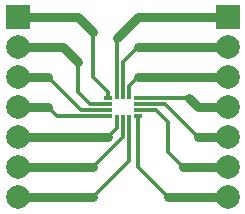
<source format=gbr>
%FSLAX35Y35*%
%MOIN*%
G04 EasyPC Gerber Version 18.0.9 Build 3640 *
%ADD81R,0.01378X0.03051*%
%ADD83R,0.07874X0.07874*%
%ADD85C,0.01181*%
%ADD82R,0.03051X0.01378*%
%ADD79C,0.02953*%
%ADD84C,0.07874*%
X0Y0D02*
D02*
D79*
X20250Y40250D02*
X10250D01*
X20250Y50250D02*
X10250D01*
X30250Y55250D02*
X25250Y60250D01*
X10250*
X35250Y10250D02*
X10250D01*
X35250Y20250D02*
X10250D01*
X35250Y65250D02*
X30250Y70250D01*
X10250*
X40250Y30250D02*
X10250D01*
X43370Y63370D02*
X50250Y70250D01*
X80250*
X50250Y50250D02*
X80250D01*
X50250Y60250D02*
X80250D01*
X60250Y10250D02*
X80250D01*
X65250Y20250D02*
X80250D01*
X67297Y43203D02*
X70250Y40250D01*
X80250*
X70250Y30250D02*
X80250D01*
D02*
D81*
X43370Y36264D03*
Y44236D03*
X45339Y36264D03*
Y44236D03*
X47307Y36264D03*
Y44236D03*
D02*
D82*
X40369Y37297D03*
Y39266D03*
Y41234D03*
Y43203D03*
X50309Y37297D03*
Y39266D03*
Y41234D03*
Y43203D03*
D02*
D83*
X10250Y70250D03*
X80250D03*
D02*
D84*
X10250Y10250D03*
Y20250D03*
Y30250D03*
Y40250D03*
Y50250D03*
Y60250D03*
X80250Y10250D03*
Y20250D03*
Y30250D03*
Y40250D03*
Y50250D03*
Y60250D03*
D02*
D85*
X40369Y37297D02*
X23203D01*
X20250Y40250*
X40369Y39266D02*
X31234D01*
X20250Y50250*
X40369Y41234D02*
X34266D01*
X30250Y45250*
Y55250*
X40369Y43203D02*
Y45131D01*
X35250Y50250*
Y65250*
X43370Y36264D02*
Y33370D01*
X40250Y30250*
X43370Y44236D02*
Y63370D01*
X45339Y36264D02*
Y30250D01*
X45250*
X35250Y20250*
X45339Y44236D02*
Y55339D01*
X50250Y60250*
X47307Y36264D02*
Y22307D01*
X35250Y10250*
X47307Y44236D02*
Y47307D01*
X50250Y50250*
X50309Y37297D02*
Y20191D01*
X60250Y10250*
X50309Y39266D02*
X56234D01*
X60250Y35250*
Y25250*
X65250Y20250*
X50309Y41234D02*
X59266D01*
X70250Y30250*
X50309Y43203D02*
X67297D01*
X0Y0D02*
M02*

</source>
